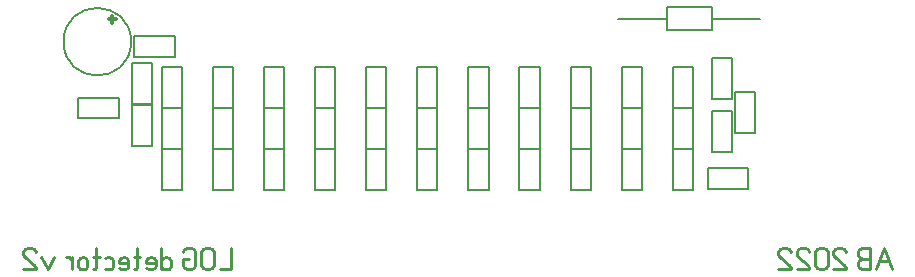
<source format=gbr>
%FSLAX34Y34*%
%MOMM*%
%LNSILK_BOTTOM*%
G71*
G01*
%ADD10C,0.150*%
%ADD11C,0.300*%
%ADD12C,0.222*%
%LPD*%
G54D10*
X151866Y-168390D02*
X168928Y-168390D01*
G54D10*
X151866Y-133709D02*
X168928Y-133709D01*
G54D10*
X151866Y-168390D02*
X151866Y-133709D01*
G54D10*
X168928Y-168390D02*
X168928Y-133709D01*
G54D10*
X151866Y-203040D02*
X168928Y-203040D01*
G54D10*
X151866Y-168359D02*
X168928Y-168359D01*
G54D10*
X151866Y-203040D02*
X151866Y-168359D01*
G54D10*
X168928Y-203040D02*
X168928Y-168359D01*
G54D10*
X168928Y-99009D02*
X151866Y-99009D01*
G54D10*
X168928Y-133690D02*
X151866Y-133690D01*
G54D10*
X168928Y-99009D02*
X168928Y-133690D01*
G54D10*
X151866Y-99009D02*
X151866Y-133690D01*
G54D10*
X195066Y-168391D02*
X212128Y-168391D01*
G54D10*
X195066Y-133710D02*
X212128Y-133710D01*
G54D10*
X195066Y-168391D02*
X195066Y-133710D01*
G54D10*
X212128Y-168391D02*
X212128Y-133710D01*
G54D10*
X195066Y-203041D02*
X212128Y-203041D01*
G54D10*
X195066Y-168360D02*
X212128Y-168360D01*
G54D10*
X195066Y-203041D02*
X195066Y-168360D01*
G54D10*
X212128Y-203041D02*
X212128Y-168360D01*
G54D10*
X212128Y-99010D02*
X195066Y-99010D01*
G54D10*
X212128Y-133691D02*
X195066Y-133691D01*
G54D10*
X212128Y-99010D02*
X212128Y-133691D01*
G54D10*
X195066Y-99010D02*
X195066Y-133691D01*
G54D10*
X238366Y-168390D02*
X255428Y-168390D01*
G54D10*
X238366Y-133709D02*
X255428Y-133709D01*
G54D10*
X238366Y-168390D02*
X238366Y-133709D01*
G54D10*
X255428Y-168390D02*
X255428Y-133709D01*
G54D10*
X238366Y-203040D02*
X255428Y-203040D01*
G54D10*
X238366Y-168359D02*
X255428Y-168359D01*
G54D10*
X238366Y-203040D02*
X238366Y-168359D01*
G54D10*
X255428Y-203040D02*
X255428Y-168359D01*
G54D10*
X255428Y-99009D02*
X238366Y-99009D01*
G54D10*
X255428Y-133690D02*
X238366Y-133690D01*
G54D10*
X255428Y-99009D02*
X255428Y-133690D01*
G54D10*
X238366Y-99009D02*
X238366Y-133690D01*
G54D10*
X281566Y-168391D02*
X298628Y-168391D01*
G54D10*
X281566Y-133710D02*
X298628Y-133710D01*
G54D10*
X281566Y-168391D02*
X281566Y-133710D01*
G54D10*
X298628Y-168391D02*
X298628Y-133710D01*
G54D10*
X281566Y-203041D02*
X298628Y-203041D01*
G54D10*
X281566Y-168360D02*
X298628Y-168360D01*
G54D10*
X281566Y-203041D02*
X281566Y-168360D01*
G54D10*
X298628Y-203041D02*
X298628Y-168360D01*
G54D10*
X298628Y-99010D02*
X281566Y-99010D01*
G54D10*
X298628Y-133691D02*
X281566Y-133691D01*
G54D10*
X298628Y-99010D02*
X298628Y-133691D01*
G54D10*
X281566Y-99010D02*
X281566Y-133691D01*
G54D10*
X324866Y-168390D02*
X341928Y-168390D01*
G54D10*
X324866Y-133709D02*
X341928Y-133709D01*
G54D10*
X324866Y-168390D02*
X324866Y-133709D01*
G54D10*
X341928Y-168390D02*
X341928Y-133709D01*
G54D10*
X324866Y-203040D02*
X341928Y-203040D01*
G54D10*
X324866Y-168359D02*
X341928Y-168359D01*
G54D10*
X324866Y-203040D02*
X324866Y-168359D01*
G54D10*
X341928Y-203040D02*
X341928Y-168359D01*
G54D10*
X341928Y-99009D02*
X324866Y-99009D01*
G54D10*
X341928Y-133690D02*
X324866Y-133690D01*
G54D10*
X341928Y-99009D02*
X341928Y-133690D01*
G54D10*
X324866Y-99009D02*
X324866Y-133690D01*
G54D10*
X368066Y-168391D02*
X385128Y-168391D01*
G54D10*
X368066Y-133710D02*
X385128Y-133710D01*
G54D10*
X368066Y-168391D02*
X368066Y-133710D01*
G54D10*
X385128Y-168391D02*
X385128Y-133710D01*
G54D10*
X368066Y-203041D02*
X385128Y-203041D01*
G54D10*
X368066Y-168360D02*
X385128Y-168360D01*
G54D10*
X368066Y-203041D02*
X368066Y-168360D01*
G54D10*
X385128Y-203041D02*
X385128Y-168360D01*
G54D10*
X385128Y-99010D02*
X368066Y-99010D01*
G54D10*
X385128Y-133691D02*
X368066Y-133691D01*
G54D10*
X385128Y-99010D02*
X385128Y-133691D01*
G54D10*
X368066Y-99010D02*
X368066Y-133691D01*
G54D10*
X411366Y-168390D02*
X428428Y-168390D01*
G54D10*
X411366Y-133709D02*
X428428Y-133709D01*
G54D10*
X411366Y-168390D02*
X411366Y-133709D01*
G54D10*
X428428Y-168390D02*
X428428Y-133709D01*
G54D10*
X411366Y-203040D02*
X428428Y-203040D01*
G54D10*
X411366Y-168359D02*
X428428Y-168359D01*
G54D10*
X411366Y-203040D02*
X411366Y-168359D01*
G54D10*
X428428Y-203040D02*
X428428Y-168359D01*
G54D10*
X428428Y-99009D02*
X411366Y-99009D01*
G54D10*
X428428Y-133690D02*
X411366Y-133690D01*
G54D10*
X428428Y-99009D02*
X428428Y-133690D01*
G54D10*
X411366Y-99009D02*
X411366Y-133690D01*
G54D10*
X454566Y-168391D02*
X471628Y-168391D01*
G54D10*
X454566Y-133710D02*
X471628Y-133710D01*
G54D10*
X454566Y-168391D02*
X454566Y-133710D01*
G54D10*
X471628Y-168391D02*
X471628Y-133710D01*
G54D10*
X454566Y-203041D02*
X471628Y-203041D01*
G54D10*
X454566Y-168360D02*
X471628Y-168360D01*
G54D10*
X454566Y-203041D02*
X454566Y-168360D01*
G54D10*
X471628Y-203041D02*
X471628Y-168360D01*
G54D10*
X471628Y-99010D02*
X454566Y-99010D01*
G54D10*
X471628Y-133691D02*
X454566Y-133691D01*
G54D10*
X471628Y-99010D02*
X471628Y-133691D01*
G54D10*
X454566Y-99010D02*
X454566Y-133691D01*
G54D10*
X497866Y-168391D02*
X514928Y-168391D01*
G54D10*
X497866Y-133710D02*
X514928Y-133710D01*
G54D10*
X497866Y-168391D02*
X497866Y-133710D01*
G54D10*
X514928Y-168391D02*
X514928Y-133710D01*
G54D10*
X497866Y-203041D02*
X514928Y-203041D01*
G54D10*
X497866Y-168360D02*
X514928Y-168360D01*
G54D10*
X497866Y-203041D02*
X497866Y-168360D01*
G54D10*
X514928Y-203041D02*
X514928Y-168360D01*
G54D10*
X514928Y-99009D02*
X497866Y-99009D01*
G54D10*
X514928Y-133691D02*
X497866Y-133691D01*
G54D10*
X514928Y-99009D02*
X514928Y-133691D01*
G54D10*
X497866Y-99009D02*
X497866Y-133691D01*
G54D10*
X541066Y-168392D02*
X558129Y-168392D01*
G54D10*
X541066Y-133711D02*
X558129Y-133711D01*
G54D10*
X541066Y-168392D02*
X541066Y-133711D01*
G54D10*
X558129Y-168392D02*
X558129Y-133711D01*
G54D10*
X541066Y-203042D02*
X558129Y-203042D01*
G54D10*
X541066Y-168361D02*
X558129Y-168361D01*
G54D10*
X541066Y-203042D02*
X541066Y-168361D01*
G54D10*
X558129Y-203042D02*
X558129Y-168361D01*
G54D10*
X558128Y-99010D02*
X541066Y-99010D01*
G54D10*
X558128Y-133691D02*
X541066Y-133691D01*
G54D10*
X558128Y-99010D02*
X558128Y-133691D01*
G54D10*
X541066Y-99010D02*
X541066Y-133691D01*
G54D10*
X126419Y-129875D02*
X143482Y-129875D01*
G54D10*
X126419Y-95194D02*
X143482Y-95194D01*
G54D10*
X126419Y-129875D02*
X126419Y-95194D01*
G54D10*
X143482Y-129875D02*
X143482Y-95194D01*
G54D10*
X126419Y-166175D02*
X143482Y-166175D01*
G54D10*
X126419Y-131494D02*
X143482Y-131494D01*
G54D10*
X126419Y-166175D02*
X126419Y-131494D01*
G54D10*
X143482Y-166175D02*
X143482Y-131494D01*
G54D10*
X162730Y-90076D02*
X162730Y-73014D01*
G54D10*
X128049Y-90076D02*
X128049Y-73014D01*
G54D10*
X162730Y-90076D02*
X128049Y-90076D01*
G54D10*
X162730Y-73014D02*
X128049Y-73014D01*
G54D10*
X80719Y-125136D02*
X80719Y-142199D01*
G54D10*
X115400Y-125136D02*
X115400Y-142199D01*
G54D10*
X80719Y-125136D02*
X115400Y-125136D01*
G54D10*
X80719Y-142199D02*
X115400Y-142199D01*
G54D10*
G75*
G01X125800Y-77500D02*
G03X125800Y-77500I-28600J0D01*
G01*
G54D11*
X109900Y-61600D02*
X109900Y-55300D01*
G54D11*
X106700Y-58400D02*
X113100Y-58400D01*
G54D10*
X584266Y-168392D02*
X601329Y-168392D01*
G54D10*
X584266Y-133711D02*
X601329Y-133711D01*
G54D10*
X584266Y-168392D02*
X584266Y-133711D01*
G54D10*
X601329Y-168392D02*
X601329Y-133711D01*
G54D10*
X584266Y-203042D02*
X601329Y-203042D01*
G54D10*
X584266Y-168361D02*
X601329Y-168361D01*
G54D10*
X584266Y-203042D02*
X584266Y-168361D01*
G54D10*
X601329Y-203042D02*
X601329Y-168361D01*
G54D10*
X601328Y-99011D02*
X584266Y-99011D01*
G54D10*
X601328Y-133692D02*
X584266Y-133692D01*
G54D10*
X601328Y-99011D02*
X601328Y-133692D01*
G54D10*
X584266Y-99011D02*
X584266Y-133692D01*
G54D10*
X617739Y-170624D02*
X634801Y-170624D01*
G54D10*
X617738Y-135943D02*
X634801Y-135943D01*
G54D10*
X617739Y-170624D02*
X617738Y-135943D01*
G54D10*
X634801Y-170624D02*
X634801Y-135943D01*
G54D10*
X617419Y-125875D02*
X634482Y-125875D01*
G54D10*
X617419Y-91194D02*
X634482Y-91194D01*
G54D10*
X617419Y-125875D02*
X617419Y-91194D01*
G54D10*
X634482Y-125875D02*
X634482Y-91194D01*
G54D10*
X617200Y-67500D02*
X617200Y-48500D01*
X579200Y-48500D01*
X579200Y-67500D01*
X617200Y-67500D01*
G54D10*
X617300Y-58000D02*
X658300Y-58000D01*
G54D10*
X538100Y-58000D02*
X579100Y-58000D01*
G54D10*
X613807Y-184770D02*
X613807Y-201833D01*
G54D10*
X648488Y-184770D02*
X648488Y-201833D01*
G54D10*
X613807Y-184770D02*
X648488Y-184770D01*
G54D10*
X613807Y-201833D02*
X648488Y-201833D01*
G54D10*
X636816Y-155042D02*
X653878Y-155042D01*
G54D10*
X636816Y-120360D02*
X653878Y-120360D01*
G54D10*
X636816Y-155042D02*
X636816Y-120360D01*
G54D10*
X653878Y-155042D02*
X653878Y-120360D01*
G54D12*
X770000Y-270000D02*
X763333Y-252222D01*
X756667Y-270000D01*
G54D12*
X767333Y-263333D02*
X759333Y-263333D01*
G54D12*
X751778Y-270000D02*
X751778Y-252222D01*
X745111Y-252222D01*
X742445Y-253333D01*
X741111Y-255556D01*
X741111Y-257778D01*
X742445Y-260000D01*
X745111Y-261111D01*
X742445Y-262222D01*
X741111Y-264444D01*
X741111Y-266667D01*
X742445Y-268889D01*
X745111Y-270000D01*
X751778Y-270000D01*
G54D12*
X751778Y-261111D02*
X745111Y-261111D01*
G54D12*
X720399Y-270000D02*
X731066Y-270000D01*
X731066Y-268889D01*
X729733Y-266667D01*
X721733Y-260000D01*
X720399Y-257778D01*
X720399Y-255556D01*
X721733Y-253333D01*
X724399Y-252222D01*
X727066Y-252222D01*
X729733Y-253333D01*
X731066Y-255556D01*
G54D12*
X704843Y-255556D02*
X704843Y-266667D01*
X706177Y-268889D01*
X708843Y-270000D01*
X711510Y-270000D01*
X714177Y-268889D01*
X715510Y-266667D01*
X715510Y-255556D01*
X714177Y-253333D01*
X711510Y-252222D01*
X708843Y-252222D01*
X706177Y-253333D01*
X704843Y-255556D01*
G54D12*
X689287Y-270000D02*
X699954Y-270000D01*
X699954Y-268889D01*
X698621Y-266667D01*
X690621Y-260000D01*
X689287Y-257778D01*
X689287Y-255556D01*
X690621Y-253333D01*
X693287Y-252222D01*
X695954Y-252222D01*
X698621Y-253333D01*
X699954Y-255556D01*
G54D12*
X673731Y-270000D02*
X684398Y-270000D01*
X684398Y-268889D01*
X683065Y-266667D01*
X675065Y-260000D01*
X673731Y-257778D01*
X673731Y-255556D01*
X675065Y-253333D01*
X677731Y-252222D01*
X680398Y-252222D01*
X683065Y-253333D01*
X684398Y-255556D01*
G54D12*
X210000Y-252222D02*
X210000Y-270000D01*
X200667Y-270000D01*
G54D12*
X185111Y-255556D02*
X185111Y-266667D01*
X186445Y-268889D01*
X189111Y-270000D01*
X191778Y-270000D01*
X194445Y-268889D01*
X195778Y-266667D01*
X195778Y-255556D01*
X194445Y-253333D01*
X191778Y-252222D01*
X189111Y-252222D01*
X186445Y-253333D01*
X185111Y-255556D01*
G54D12*
X174889Y-261111D02*
X169555Y-261111D01*
X169555Y-266667D01*
X170889Y-268889D01*
X173555Y-270000D01*
X176222Y-270000D01*
X178889Y-268889D01*
X180222Y-266667D01*
X180222Y-255556D01*
X178889Y-253333D01*
X176222Y-252222D01*
X173555Y-252222D01*
X170889Y-253333D01*
X169555Y-255556D01*
G54D12*
X151510Y-270000D02*
X151510Y-252222D01*
G54D12*
X151510Y-262889D02*
X152843Y-260667D01*
X155510Y-260000D01*
X158177Y-260667D01*
X159510Y-262889D01*
X159510Y-267333D01*
X158177Y-269556D01*
X155510Y-270000D01*
X152843Y-269556D01*
X151510Y-267333D01*
G54D12*
X138621Y-268889D02*
X140754Y-270000D01*
X143421Y-270000D01*
X146088Y-268889D01*
X146621Y-266667D01*
X146621Y-262889D01*
X145288Y-260667D01*
X142621Y-260000D01*
X139954Y-260667D01*
X138621Y-262222D01*
X138621Y-264444D01*
X146621Y-264444D01*
G54D12*
X131065Y-252222D02*
X131065Y-268889D01*
X129732Y-270000D01*
X128399Y-269556D01*
G54D12*
X133732Y-260000D02*
X128399Y-260000D01*
G54D12*
X115510Y-268889D02*
X117643Y-270000D01*
X120310Y-270000D01*
X122977Y-268889D01*
X123510Y-266667D01*
X123510Y-262889D01*
X122177Y-260667D01*
X119510Y-260000D01*
X116843Y-260667D01*
X115510Y-262222D01*
X115510Y-264444D01*
X123510Y-264444D01*
G54D12*
X103954Y-260667D02*
X106621Y-260000D01*
X109288Y-260667D01*
X110621Y-262889D01*
X110621Y-267333D01*
X109288Y-269556D01*
X106621Y-270000D01*
X103954Y-269556D01*
G54D12*
X96398Y-252222D02*
X96398Y-268889D01*
X95065Y-270000D01*
X93732Y-269556D01*
G54D12*
X99065Y-260000D02*
X93732Y-260000D01*
G54D12*
X80843Y-267333D02*
X80843Y-262889D01*
X82176Y-260667D01*
X84843Y-260000D01*
X87510Y-260667D01*
X88843Y-262889D01*
X88843Y-267333D01*
X87510Y-269556D01*
X84843Y-270000D01*
X82176Y-269556D01*
X80843Y-267333D01*
G54D12*
X75954Y-270000D02*
X75954Y-260000D01*
G54D12*
X75954Y-262222D02*
X73287Y-260000D01*
X70621Y-260000D01*
G54D12*
X60576Y-260000D02*
X55243Y-270000D01*
X49909Y-260000D01*
G54D12*
X34353Y-270000D02*
X45020Y-270000D01*
X45020Y-268889D01*
X43687Y-266667D01*
X35687Y-260000D01*
X34353Y-257778D01*
X34353Y-255556D01*
X35687Y-253333D01*
X38353Y-252222D01*
X41020Y-252222D01*
X43687Y-253333D01*
X45020Y-255556D01*
M02*

</source>
